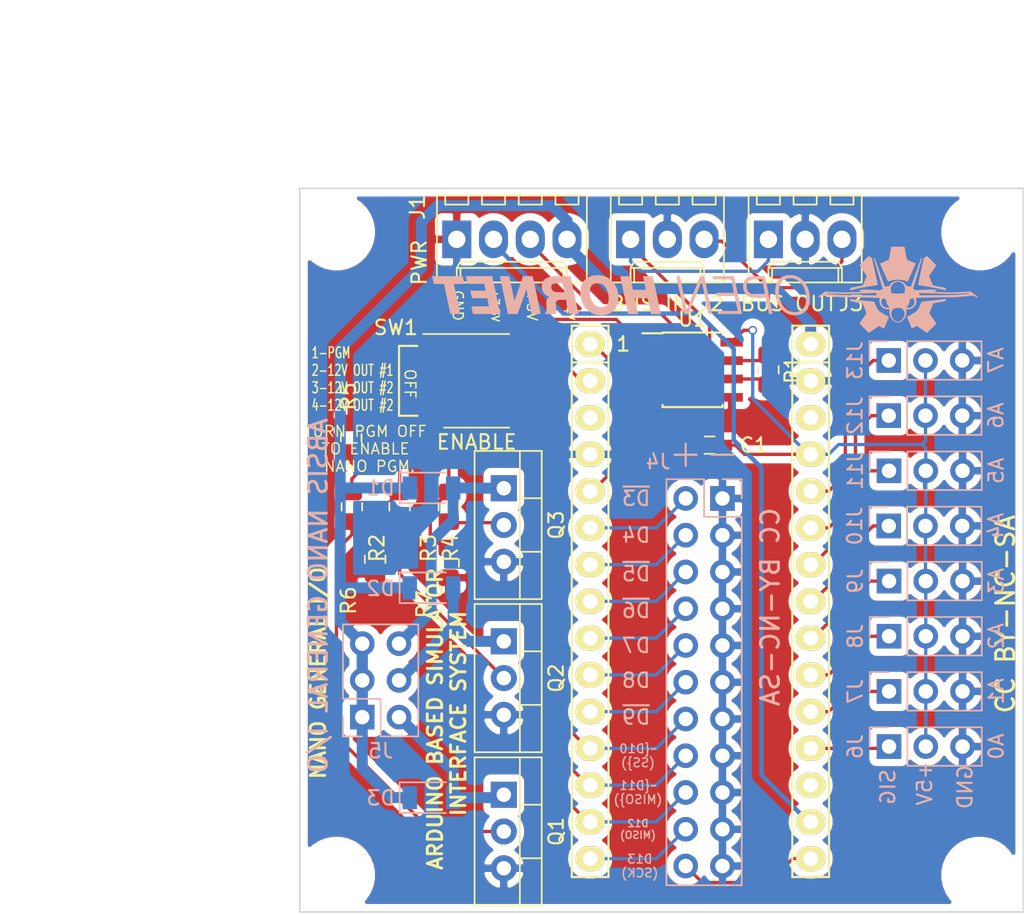
<source format=kicad_pcb>
(kicad_pcb (version 20171130) (host pcbnew "(5.1.4-0-10_14)")
  (title_block (title "ABSIS NANO GENERAL I/O") (date 2017-12-26) (rev -) (company "F/A-18C SIMPIT") (comment 1 "JOHN STEENSEN"))
  (layers (0 F.Cu signal hide) (31 B.Cu signal hide) (34 B.Paste user) (35 F.Paste user) (36 B.SilkS user) (37 F.SilkS user) (38 B.Mask user) (39 F.Mask user) (44 Edge.Cuts user))
  (net 0 "")
  (net 1 "/1(Tx)")
  (net 2 "/0(Rx)")
  (net 3 GND)
  (net 4 /2)
  (net 5 "/3(**)")
  (net 6 /4)
  (net 7 "/5(**)")
  (net 8 "/6(**)")
  (net 9 /7)
  (net 10 /8)
  (net 11 "/9(**)")
  (net 12 "/10(**/SS)")
  (net 13 +5V)
  (net 14 /A7)
  (net 15 /A6)
  (net 16 /A5)
  (net 17 /A4)
  (net 18 /A3)
  (net 19 /A2)
  (net 20 /A1)
  (net 21 /A0)
  (net 22 "/13(SCK)")
  (net 23 +3V3)
  (net 24 "/11(**/MOSI)")
  (net 25 "/12(MISO)")
  (net 26 +12V)
  (net 27 "Net-(J2-Pad1)")
  (net 28 "Net-(J2-Pad3)")
  (net 29 /RX_ENABLE)
  (net 30 "Net-(D1-Pad2)")
  (net 31 "Net-(D2-Pad2)")
  (net 32 "Net-(D3-Pad2)")
  (net 33 "Net-(Q1-Pad2)")
  (net 34 "Net-(Q2-Pad2)")
  (net 35 "Net-(Q3-Pad2)")
  (net 36 "Net-(R2-Pad1)")
  (net 37 "Net-(R3-Pad1)")
  (net 38 "Net-(R4-Pad1)")
  (net 39 "Net-(P1-Pad3)")
  (net 40 "Net-(P2-Pad3)")
  (net 41 /AREF)
  (module "KiCAD Libraries:OH_LOGO_37.7mm_5.9mm" (layer B.Cu) (at 155 68.76 180)
    (fp_text reference G*** hide)
    (fp_text value LOGO hide)
  )
  (module Connectors_Molex:Molex_KK-6410-04_04x2.54mm_Straight (layer F.Cu) (at 137.848737 65.278)
    (fp_text reference J1 (at -2.720737 -2.203457 270) (layer F.SilkS))
    (fp_text value PWR (at -2.593737 1.606543 90) (layer F.SilkS))
    (pad 1 thru_hole rect (at 0 0) (size 2 2.6) (drill 1.2) (layers *.Cu *.Mask) (net 3 GND))
    (pad 2 thru_hole oval (at 2.54 0) (size 2 2.6) (drill 1.2) (layers *.Cu *.Mask) (net 23 +3V3))
    (pad 3 thru_hole oval (at 5.08 0) (size 2 2.6) (drill 1.2) (layers *.Cu *.Mask) (net 13 +5V))
    (pad 4 thru_hole oval (at 7.62 0) (size 2 2.6) (drill 1.2) (layers *.Cu *.Mask) (net 26 +12V))
  )
  (module Socket_Arduino_Nano:Socket_Strip_Arduino_1x15 (layer F.Cu) (at 147.066 72.517 270)
    (fp_text reference P1)
    (fp_text value Digital)
    (pad 1 thru_hole oval (at 0 0 270) (size 1.7272 2.032) (drill 1.016) (layers *.Cu *.Mask F.SilkS) (net 1 "/1(Tx)"))
    (pad 2 thru_hole oval (at 2.54 0 270) (size 1.7272 2.032) (drill 1.016) (layers *.Cu *.Mask F.SilkS) (net 2 "/0(Rx)"))
    (pad 3 thru_hole oval (at 5.08 0 270) (size 1.7272 2.032) (drill 1.016) (layers *.Cu *.Mask F.SilkS) (net 39 "Net-(P1-Pad3)"))
    (pad 4 thru_hole oval (at 7.62 0 270) (size 1.7272 2.032) (drill 1.016) (layers *.Cu *.Mask F.SilkS) (net 3 GND))
    (pad 5 thru_hole oval (at 10.16 0 270) (size 1.7272 2.032) (drill 1.016) (layers *.Cu *.Mask F.SilkS) (net 4 /2))
    (pad 6 thru_hole oval (at 12.7 0 270) (size 1.7272 2.032) (drill 1.016) (layers *.Cu *.Mask F.SilkS) (net 5 "/3(**)"))
    (pad 7 thru_hole oval (at 15.24 0 270) (size 1.7272 2.032) (drill 1.016) (layers *.Cu *.Mask F.SilkS) (net 6 /4))
    (pad 8 thru_hole oval (at 17.78 0 270) (size 1.7272 2.032) (drill 1.016) (layers *.Cu *.Mask F.SilkS) (net 7 "/5(**)"))
    (pad 9 thru_hole oval (at 20.32 0 270) (size 1.7272 2.032) (drill 1.016) (layers *.Cu *.Mask F.SilkS) (net 8 "/6(**)"))
    (pad 10 thru_hole oval (at 22.86 0 270) (size 1.7272 2.032) (drill 1.016) (layers *.Cu *.Mask F.SilkS) (net 9 /7))
    (pad 11 thru_hole oval (at 25.4 0 270) (size 1.7272 2.032) (drill 1.016) (layers *.Cu *.Mask F.SilkS) (net 10 /8))
    (pad 12 thru_hole oval (at 27.94 0 270) (size 1.7272 2.032) (drill 1.016) (layers *.Cu *.Mask F.SilkS) (net 11 "/9(**)"))
    (pad 13 thru_hole oval (at 30.48 0 270) (size 1.7272 2.032) (drill 1.016) (layers *.Cu *.Mask F.SilkS) (net 12 "/10(**/SS)"))
    (pad 14 thru_hole oval (at 33.02 0 270) (size 1.7272 2.032) (drill 1.016) (layers *.Cu *.Mask F.SilkS) (net 24 "/11(**/MOSI)"))
    (pad 15 thru_hole oval (at 35.56 0 270) (size 1.7272 2.032) (drill 1.016) (layers *.Cu *.Mask F.SilkS) (net 25 "/12(MISO)"))
  )
  (module Socket_Arduino_Nano:Socket_Strip_Arduino_1x15 (layer F.Cu) (at 162.306 72.517 270)
    (fp_text reference P2)
    (fp_text value Analog)
    (pad 1 thru_hole oval (at 0 0 270) (size 1.7272 2.032) (drill 1.016) (layers *.Cu *.Mask F.SilkS) (net 26 +12V))
    (pad 2 thru_hole oval (at 2.54 0 270) (size 1.7272 2.032) (drill 1.016) (layers *.Cu *.Mask F.SilkS) (net 3 GND))
    (pad 3 thru_hole oval (at 5.08 0 270) (size 1.7272 2.032) (drill 1.016) (layers *.Cu *.Mask F.SilkS) (net 40 "Net-(P2-Pad3)"))
    (pad 4 thru_hole oval (at 7.62 0 270) (size 1.7272 2.032) (drill 1.016) (layers *.Cu *.Mask F.SilkS) (net 13 +5V))
    (pad 5 thru_hole oval (at 10.16 0 270) (size 1.7272 2.032) (drill 1.016) (layers *.Cu *.Mask F.SilkS) (net 14 /A7))
    (pad 6 thru_hole oval (at 12.7 0 270) (size 1.7272 2.032) (drill 1.016) (layers *.Cu *.Mask F.SilkS) (net 15 /A6))
    (pad 7 thru_hole oval (at 15.24 0 270) (size 1.7272 2.032) (drill 1.016) (layers *.Cu *.Mask F.SilkS) (net 16 /A5))
    (pad 8 thru_hole oval (at 17.78 0 270) (size 1.7272 2.032) (drill 1.016) (layers *.Cu *.Mask F.SilkS) (net 17 /A4))
    (pad 9 thru_hole oval (at 20.32 0 270) (size 1.7272 2.032) (drill 1.016) (layers *.Cu *.Mask F.SilkS) (net 18 /A3))
    (pad 10 thru_hole oval (at 22.86 0 270) (size 1.7272 2.032) (drill 1.016) (layers *.Cu *.Mask F.SilkS) (net 19 /A2))
    (pad 11 thru_hole oval (at 25.4 0 270) (size 1.7272 2.032) (drill 1.016) (layers *.Cu *.Mask F.SilkS) (net 20 /A1))
    (pad 12 thru_hole oval (at 27.94 0 270) (size 1.7272 2.032) (drill 1.016) (layers *.Cu *.Mask F.SilkS) (net 21 /A0))
    (pad 13 thru_hole oval (at 30.48 0 270) (size 1.7272 2.032) (drill 1.016) (layers *.Cu *.Mask F.SilkS) (net 41 /AREF))
    (pad 14 thru_hole oval (at 33.02 0 270) (size 1.7272 2.032) (drill 1.016) (layers *.Cu *.Mask F.SilkS) (net 23 +3V3))
    (pad 15 thru_hole oval (at 35.56 0 270) (size 1.7272 2.032) (drill 1.016) (layers *.Cu *.Mask F.SilkS) (net 22 "/13(SCK)"))
  )
  (module Capacitors_SMD:C_0603_HandSoldering (layer F.Cu) (at 155.321 79.502 180)
    (fp_text reference C1 (at -3.048 0 180) (layer F.SilkS))
    (fp_text value 0.1uF)
    (pad 1 smd rect (at -0.95 0 180) (size 1.2 0.75) (layers F.Cu F.Paste F.Mask) (net 13 +5V))
    (pad 2 smd rect (at 0.95 0 180) (size 1.2 0.75) (layers F.Cu F.Paste F.Mask) (net 3 GND))
  )
  (module TO_SOT_Packages_THT:TO-220-3_Vertical (layer F.Cu) (at 141.1 103.66 270)
    (fp_text reference Q1 (at 2.54 -3.62 270) (layer F.SilkS))
    (fp_text value Q_NMOS_DGS)
    (pad 1 thru_hole rect (at 0 0 270) (size 1.8 1.8) (drill 1) (layers *.Cu *.Mask) (net 32 "Net-(D3-Pad2)"))
    (pad 2 thru_hole oval (at 2.54 0 270) (size 1.8 1.8) (drill 1) (layers *.Cu *.Mask) (net 33 "Net-(Q1-Pad2)"))
    (pad 3 thru_hole oval (at 5.08 0 270) (size 1.8 1.8) (drill 1) (layers *.Cu *.Mask) (net 3 GND))
  )
  (module Housings_SOIC:SOIC-8_3.9x4.9mm_Pitch1.27mm (layer F.Cu) (at 154.145 74.295)
    (fp_text reference U1 (at 0 -3.5) (layer F.SilkS))
    (fp_text value MAX487EESAS)
    (pad 1 smd rect (at -2.7 -1.905) (size 1.55 0.6) (layers F.Cu F.Paste F.Mask) (net 29 /RX_ENABLE))
    (pad 2 smd rect (at -2.7 -0.635) (size 1.55 0.6) (layers F.Cu F.Paste F.Mask) (net 4 /2))
    (pad 3 smd rect (at -2.7 0.635) (size 1.55 0.6) (layers F.Cu F.Paste F.Mask) (net 4 /2))
    (pad 4 smd rect (at -2.7 1.905) (size 1.55 0.6) (layers F.Cu F.Paste F.Mask) (net 1 "/1(Tx)"))
    (pad 5 smd rect (at 2.7 1.905) (size 1.55 0.6) (layers F.Cu F.Paste F.Mask) (net 3 GND))
    (pad 6 smd rect (at 2.7 0.635) (size 1.55 0.6) (layers F.Cu F.Paste F.Mask) (net 27 "Net-(J2-Pad1)"))
    (pad 7 smd rect (at 2.7 -0.635) (size 1.55 0.6) (layers F.Cu F.Paste F.Mask) (net 28 "Net-(J2-Pad3)"))
    (pad 8 smd rect (at 2.7 -1.905) (size 1.55 0.6) (layers F.Cu F.Paste F.Mask) (net 13 +5V))
  )
  (module Connectors_Molex:Molex_KK-6410-03_03x2.54mm_Straight (layer F.Cu) (at 149.86 65.278)
    (fp_text reference J2 (at 5.588 4.445 180) (layer F.SilkS))
    (fp_text value "BUS IN" (at 1.27 4.445) (layer F.SilkS))
    (pad 1 thru_hole rect (at 0 0) (size 2 2.6) (drill 1.2) (layers *.Cu *.Mask) (net 27 "Net-(J2-Pad1)"))
    (pad 2 thru_hole oval (at 2.54 0) (size 2 2.6) (drill 1.2) (layers *.Cu *.Mask) (net 3 GND))
    (pad 3 thru_hole oval (at 5.08 0) (size 2 2.6) (drill 1.2) (layers *.Cu *.Mask) (net 28 "Net-(J2-Pad3)"))
  )
  (module Connectors_Molex:Molex_KK-6410-03_03x2.54mm_Straight (layer F.Cu) (at 159.385 65.278)
    (fp_text reference J3 (at 5.715 4.445) (layer F.SilkS))
    (fp_text value "BUS OUT" (at 1.397 4.445) (layer F.SilkS))
    (pad 1 thru_hole rect (at 0 0) (size 2 2.6) (drill 1.2) (layers *.Cu *.Mask) (net 27 "Net-(J2-Pad1)"))
    (pad 2 thru_hole oval (at 2.54 0) (size 2 2.6) (drill 1.2) (layers *.Cu *.Mask) (net 3 GND))
    (pad 3 thru_hole oval (at 5.08 0) (size 2 2.6) (drill 1.2) (layers *.Cu *.Mask) (net 28 "Net-(J2-Pad3)"))
  )
  (module Mounting_Holes:MountingHole_4.3mm_M4 (layer F.Cu) (at 173.99 64.77)
    (fp_text reference MK2)
    (fp_text value Mounting_Hole)
    (pad 1 np_thru_hole circle (at 0 0) (size 4.3 4.3) (drill 4.3) (layers *.Cu *.Mask))
  )
  (module Mounting_Holes:MountingHole_4.3mm_M4 (layer F.Cu) (at 173.99 109.22)
    (fp_text reference MK3)
    (fp_text value Mounting_Hole)
    (pad 1 np_thru_hole circle (at 0 0) (size 4.3 4.3) (drill 4.3) (layers *.Cu *.Mask))
  )
  (module Mounting_Holes:MountingHole_4.3mm_M4 (layer F.Cu) (at 129.54 109.22)
    (fp_text reference MK4)
    (fp_text value Mounting_Hole)
    (pad 1 np_thru_hole circle (at 0 0) (size 4.3 4.3) (drill 4.3) (layers *.Cu *.Mask))
  )
  (module Diodes_SMD:D_1206 (layer B.Cu) (at 136.1 82.46)
    (fp_text reference D1 (at -3.512 0) (layer B.SilkS) (effects (justify mirror)))
    (fp_text value 1N4001)
    (pad 1 smd rect (at -1.5 0) (size 1 1.6) (layers B.Cu B.Paste B.Mask) (net 26 +12V))
    (pad 2 smd rect (at 1.5 0) (size 1 1.6) (layers B.Cu B.Paste B.Mask) (net 30 "Net-(D1-Pad2)"))
  )
  (module Diodes_SMD:D_1206 (layer B.Cu) (at 136.1 89.36)
    (fp_text reference D2 (at -3.512 0.048) (layer B.SilkS) (effects (justify mirror)))
    (fp_text value 1N4001)
    (pad 1 smd rect (at -1.5 0) (size 1 1.6) (layers B.Cu B.Paste B.Mask) (net 26 +12V))
    (pad 2 smd rect (at 1.5 0) (size 1 1.6) (layers B.Cu B.Paste B.Mask) (net 31 "Net-(D2-Pad2)"))
  )
  (module Diodes_SMD:D_1206 (layer B.Cu) (at 136.1 103.86)
    (fp_text reference D3 (at -3.512 0.026) (layer B.SilkS) (effects (justify mirror)))
    (fp_text value 1N4001)
    (pad 1 smd rect (at -1.5 0) (size 1 1.6) (layers B.Cu B.Paste B.Mask) (net 26 +12V))
    (pad 2 smd rect (at 1.5 0) (size 1 1.6) (layers B.Cu B.Paste B.Mask) (net 32 "Net-(D3-Pad2)"))
  )
  (module Pin_Headers:Pin_Header_Straight_2x11_Pitch2.54mm (layer B.Cu) (at 156.21 83.185 180)
    (fp_text reference J4 (at 4.445 2.54 180) (layer B.SilkS) (effects (justify mirror)))
    (fp_text value DIGITAL)
    (pad 1 thru_hole rect (at 0 0 180) (size 1.7 1.7) (drill 1) (layers *.Cu *.Mask) (net 3 GND))
    (pad 2 thru_hole oval (at 2.54 0 180) (size 1.7 1.7) (drill 1) (layers *.Cu *.Mask) (net 5 "/3(**)"))
    (pad 3 thru_hole oval (at 0 -2.54 180) (size 1.7 1.7) (drill 1) (layers *.Cu *.Mask) (net 3 GND))
    (pad 4 thru_hole oval (at 2.54 -2.54 180) (size 1.7 1.7) (drill 1) (layers *.Cu *.Mask) (net 6 /4))
    (pad 5 thru_hole oval (at 0 -5.08 180) (size 1.7 1.7) (drill 1) (layers *.Cu *.Mask) (net 3 GND))
    (pad 6 thru_hole oval (at 2.54 -5.08 180) (size 1.7 1.7) (drill 1) (layers *.Cu *.Mask) (net 7 "/5(**)"))
    (pad 7 thru_hole oval (at 0 -7.62 180) (size 1.7 1.7) (drill 1) (layers *.Cu *.Mask) (net 3 GND))
    (pad 8 thru_hole oval (at 2.54 -7.62 180) (size 1.7 1.7) (drill 1) (layers *.Cu *.Mask) (net 8 "/6(**)"))
    (pad 9 thru_hole oval (at 0 -10.16 180) (size 1.7 1.7) (drill 1) (layers *.Cu *.Mask) (net 3 GND))
    (pad 10 thru_hole oval (at 2.54 -10.16 180) (size 1.7 1.7) (drill 1) (layers *.Cu *.Mask) (net 9 /7))
    (pad 11 thru_hole oval (at 0 -12.7 180) (size 1.7 1.7) (drill 1) (layers *.Cu *.Mask) (net 3 GND))
    (pad 12 thru_hole oval (at 2.54 -12.7 180) (size 1.7 1.7) (drill 1) (layers *.Cu *.Mask) (net 10 /8))
    (pad 13 thru_hole oval (at 0 -15.24 180) (size 1.7 1.7) (drill 1) (layers *.Cu *.Mask) (net 3 GND))
    (pad 14 thru_hole oval (at 2.54 -15.24 180) (size 1.7 1.7) (drill 1) (layers *.Cu *.Mask) (net 11 "/9(**)"))
    (pad 15 thru_hole oval (at 0 -17.78 180) (size 1.7 1.7) (drill 1) (layers *.Cu *.Mask) (net 3 GND))
    (pad 16 thru_hole oval (at 2.54 -17.78 180) (size 1.7 1.7) (drill 1) (layers *.Cu *.Mask) (net 12 "/10(**/SS)"))
    (pad 17 thru_hole oval (at 0 -20.32 180) (size 1.7 1.7) (drill 1) (layers *.Cu *.Mask) (net 3 GND))
    (pad 18 thru_hole oval (at 2.54 -20.32 180) (size 1.7 1.7) (drill 1) (layers *.Cu *.Mask) (net 24 "/11(**/MOSI)"))
    (pad 19 thru_hole oval (at 0 -22.86 180) (size 1.7 1.7) (drill 1) (layers *.Cu *.Mask) (net 3 GND))
    (pad 20 thru_hole oval (at 2.54 -22.86 180) (size 1.7 1.7) (drill 1) (layers *.Cu *.Mask) (net 25 "/12(MISO)"))
    (pad 21 thru_hole oval (at 0 -25.4 180) (size 1.7 1.7) (drill 1) (layers *.Cu *.Mask) (net 3 GND))
    (pad 22 thru_hole oval (at 2.54 -25.4 180) (size 1.7 1.7) (drill 1) (layers *.Cu *.Mask) (net 22 "/13(SCK)"))
  )
  (module Pin_Headers:Pin_Header_Straight_1x03_Pitch2.54mm (layer B.Cu) (at 167.72 100.329996 270)
    (fp_text reference J6 (at 0 2.33 270) (layer B.SilkS) (effects (justify mirror)))
    (fp_text value A0 (at 0 -7.41 270) (layer B.SilkS) (effects (justify mirror)))
    (pad 1 thru_hole rect (at 0 0 270) (size 1.7 1.7) (drill 1) (layers *.Cu *.Mask) (net 21 /A0))
    (pad 2 thru_hole oval (at 0 -2.54 270) (size 1.7 1.7) (drill 1) (layers *.Cu *.Mask) (net 13 +5V))
    (pad 3 thru_hole oval (at 0 -5.08 270) (size 1.7 1.7) (drill 1) (layers *.Cu *.Mask) (net 3 GND))
  )
  (module Pin_Headers:Pin_Header_Straight_1x03_Pitch2.54mm (layer B.Cu) (at 167.72 96.518568 270)
    (fp_text reference J7 (at 0 2.33 270) (layer B.SilkS) (effects (justify mirror)))
    (fp_text value A1 (at 0 -7.41 270) (layer B.SilkS) (effects (justify mirror)))
    (pad 1 thru_hole rect (at 0 0 270) (size 1.7 1.7) (drill 1) (layers *.Cu *.Mask) (net 20 /A1))
    (pad 2 thru_hole oval (at 0 -2.54 270) (size 1.7 1.7) (drill 1) (layers *.Cu *.Mask) (net 13 +5V))
    (pad 3 thru_hole oval (at 0 -5.08 270) (size 1.7 1.7) (drill 1) (layers *.Cu *.Mask) (net 3 GND))
  )
  (module Pin_Headers:Pin_Header_Straight_1x03_Pitch2.54mm (layer B.Cu) (at 167.72 92.70714 270)
    (fp_text reference J8 (at 0 2.33 270) (layer B.SilkS) (effects (justify mirror)))
    (fp_text value A2 (at 0 -7.41 270) (layer B.SilkS) (effects (justify mirror)))
    (pad 1 thru_hole rect (at 0 0 270) (size 1.7 1.7) (drill 1) (layers *.Cu *.Mask) (net 19 /A2))
    (pad 2 thru_hole oval (at 0 -2.54 270) (size 1.7 1.7) (drill 1) (layers *.Cu *.Mask) (net 13 +5V))
    (pad 3 thru_hole oval (at 0 -5.08 270) (size 1.7 1.7) (drill 1) (layers *.Cu *.Mask) (net 3 GND))
  )
  (module Pin_Headers:Pin_Header_Straight_1x03_Pitch2.54mm (layer B.Cu) (at 167.72 88.895712 270)
    (fp_text reference J9 (at 0 2.33 270) (layer B.SilkS) (effects (justify mirror)))
    (fp_text value A3 (at 0 -7.41 270) (layer B.SilkS) (effects (justify mirror)))
    (pad 1 thru_hole rect (at 0 0 270) (size 1.7 1.7) (drill 1) (layers *.Cu *.Mask) (net 18 /A3))
    (pad 2 thru_hole oval (at 0 -2.54 270) (size 1.7 1.7) (drill 1) (layers *.Cu *.Mask) (net 13 +5V))
    (pad 3 thru_hole oval (at 0 -5.08 270) (size 1.7 1.7) (drill 1) (layers *.Cu *.Mask) (net 3 GND))
  )
  (module Pin_Headers:Pin_Header_Straight_1x03_Pitch2.54mm (layer B.Cu) (at 167.7 85.084284 270)
    (fp_text reference J10 (at 0.005716 2.346 270) (layer B.SilkS) (effects (justify mirror)))
    (fp_text value A4 (at 0 -7.41 270) (layer B.SilkS) (effects (justify mirror)))
    (pad 1 thru_hole rect (at 0 0 270) (size 1.7 1.7) (drill 1) (layers *.Cu *.Mask) (net 17 /A4))
    (pad 2 thru_hole oval (at 0 -2.54 270) (size 1.7 1.7) (drill 1) (layers *.Cu *.Mask) (net 13 +5V))
    (pad 3 thru_hole oval (at 0 -5.08 270) (size 1.7 1.7) (drill 1) (layers *.Cu *.Mask) (net 3 GND))
  )
  (module Pin_Headers:Pin_Header_Straight_1x03_Pitch2.54mm (layer B.Cu) (at 167.72 81.272856 270)
    (fp_text reference J11 (at 0 2.33 270) (layer B.SilkS) (effects (justify mirror)))
    (fp_text value A5 (at 0 -7.41 270) (layer B.SilkS) (effects (justify mirror)))
    (pad 1 thru_hole rect (at 0 0 270) (size 1.7 1.7) (drill 1) (layers *.Cu *.Mask) (net 16 /A5))
    (pad 2 thru_hole oval (at 0 -2.54 270) (size 1.7 1.7) (drill 1) (layers *.Cu *.Mask) (net 13 +5V))
    (pad 3 thru_hole oval (at 0 -5.08 270) (size 1.7 1.7) (drill 1) (layers *.Cu *.Mask) (net 3 GND))
  )
  (module Pin_Headers:Pin_Header_Straight_1x03_Pitch2.54mm (layer B.Cu) (at 167.7 77.461428 270)
    (fp_text reference J12 (at 0 2.33 270) (layer B.SilkS) (effects (justify mirror)))
    (fp_text value A6 (at 0 -7.41 270) (layer B.SilkS) (effects (justify mirror)))
    (pad 1 thru_hole rect (at 0 0 270) (size 1.7 1.7) (drill 1) (layers *.Cu *.Mask) (net 15 /A6))
    (pad 2 thru_hole oval (at 0 -2.54 270) (size 1.7 1.7) (drill 1) (layers *.Cu *.Mask) (net 13 +5V))
    (pad 3 thru_hole oval (at 0 -5.08 270) (size 1.7 1.7) (drill 1) (layers *.Cu *.Mask) (net 3 GND))
  )
  (module Pin_Headers:Pin_Header_Straight_1x03_Pitch2.54mm (layer B.Cu) (at 167.7 73.65 270)
    (fp_text reference J13 (at 0 2.33 270) (layer B.SilkS) (effects (justify mirror)))
    (fp_text value A7 (at 0 -7.41 270) (layer B.SilkS) (effects (justify mirror)))
    (pad 1 thru_hole rect (at 0 0 270) (size 1.7 1.7) (drill 1) (layers *.Cu *.Mask) (net 14 /A7))
    (pad 2 thru_hole oval (at 0 -2.54 270) (size 1.7 1.7) (drill 1) (layers *.Cu *.Mask) (net 13 +5V))
    (pad 3 thru_hole oval (at 0 -5.08 270) (size 1.7 1.7) (drill 1) (layers *.Cu *.Mask) (net 3 GND))
  )
  (module Mounting_Holes:MountingHole_4.3mm_M4 (layer F.Cu) (at 129.54 64.77)
    (fp_text reference MK1)
    (fp_text value Mounting_Hole)
    (pad 1 np_thru_hole circle (at 0 0) (size 4.3 4.3) (drill 4.3) (layers *.Cu *.Mask))
  )
  (module TO_SOT_Packages_THT:TO-220-3_Vertical (layer F.Cu) (at 141.1 93.06 270)
    (fp_text reference Q2 (at 2.54 -3.62 270) (layer F.SilkS))
    (fp_text value Q_NMOS_DGS)
    (pad 1 thru_hole rect (at 0 0 270) (size 1.8 1.8) (drill 1) (layers *.Cu *.Mask) (net 31 "Net-(D2-Pad2)"))
    (pad 2 thru_hole oval (at 2.54 0 270) (size 1.8 1.8) (drill 1) (layers *.Cu *.Mask) (net 34 "Net-(Q2-Pad2)"))
    (pad 3 thru_hole oval (at 5.08 0 270) (size 1.8 1.8) (drill 1) (layers *.Cu *.Mask) (net 3 GND))
  )
  (module TO_SOT_Packages_THT:TO-220-3_Vertical (layer F.Cu) (at 141.1 82.48 270)
    (fp_text reference Q3 (at 2.54 -3.62 270) (layer F.SilkS))
    (fp_text value Q_NMOS_DGS)
    (pad 1 thru_hole rect (at 0 0 270) (size 1.8 1.8) (drill 1) (layers *.Cu *.Mask) (net 30 "Net-(D1-Pad2)"))
    (pad 2 thru_hole oval (at 2.54 0 270) (size 1.8 1.8) (drill 1) (layers *.Cu *.Mask) (net 35 "Net-(Q3-Pad2)"))
    (pad 3 thru_hole oval (at 5.08 0 270) (size 1.8 1.8) (drill 1) (layers *.Cu *.Mask) (net 3 GND))
  )
  (module Pin_Headers:Pin_Header_Straight_2x03_Pitch2.54mm (layer B.Cu) (at 131.318 98.298)
    (fp_text reference J5 (at 1.27 2.33) (layer B.SilkS) (effects (justify mirror)))
    (fp_text value "12V OUT")
    (pad 1 thru_hole rect (at 0 0) (size 1.7 1.7) (drill 1) (layers *.Cu *.Mask) (net 26 +12V))
    (pad 2 thru_hole oval (at 2.54 0) (size 1.7 1.7) (drill 1) (layers *.Cu *.Mask) (net 32 "Net-(D3-Pad2)"))
    (pad 3 thru_hole oval (at 0 -2.54) (size 1.7 1.7) (drill 1) (layers *.Cu *.Mask) (net 26 +12V))
    (pad 4 thru_hole oval (at 2.54 -2.54) (size 1.7 1.7) (drill 1) (layers *.Cu *.Mask) (net 31 "Net-(D2-Pad2)"))
    (pad 5 thru_hole oval (at 0 -5.08) (size 1.7 1.7) (drill 1) (layers *.Cu *.Mask) (net 26 +12V))
    (pad 6 thru_hole oval (at 2.54 -5.08) (size 1.7 1.7) (drill 1) (layers *.Cu *.Mask) (net 30 "Net-(D1-Pad2)"))
  )
  (module Buttons_Switches_SMD:SW_DIP_x4_W6.15mm_Slide_Omron_A6H (layer F.Cu) (at 139.224 75.057)
    (fp_text reference SW1 (at -5.588 -3.683) (layer F.SilkS))
    (fp_text value ENABLE (at 0 4.235) (layer F.SilkS))
    (pad 1 smd rect (at -3.075 -1.905) (size 1.25 0.76) (layers F.Cu F.Paste F.Mask) (net 29 /RX_ENABLE))
    (pad 5 smd rect (at 3.075 1.905) (size 1.25 0.76) (layers F.Cu F.Paste F.Mask) (net 24 "/11(**/MOSI)"))
    (pad 2 smd rect (at -3.075 -0.635) (size 1.25 0.76) (layers F.Cu F.Paste F.Mask) (net 36 "Net-(R2-Pad1)"))
    (pad 6 smd rect (at 3.075 0.635) (size 1.25 0.76) (layers F.Cu F.Paste F.Mask) (net 12 "/10(**/SS)"))
    (pad 3 smd rect (at -3.075 0.635) (size 1.25 0.76) (layers F.Cu F.Paste F.Mask) (net 37 "Net-(R3-Pad1)"))
    (pad 7 smd rect (at 3.075 -0.635) (size 1.25 0.76) (layers F.Cu F.Paste F.Mask) (net 11 "/9(**)"))
    (pad 4 smd rect (at -3.075 1.905) (size 1.25 0.76) (layers F.Cu F.Paste F.Mask) (net 38 "Net-(R4-Pad1)"))
    (pad 8 smd rect (at 3.075 -1.905) (size 1.25 0.76) (layers F.Cu F.Paste F.Mask) (net 2 "/0(Rx)"))
  )
  (module Resistor_SMD:R_0805_2012Metric_Pad1.15x1.40mm_HandSolder (layer F.Cu) (at 159.385 74.295 270)
    (fp_text reference R1 (at 0 -1.65 270) (layer F.SilkS))
    (fp_text value 120)
    (pad 1 smd roundrect (at -1.025 0 270) (size 1.15 1.4) (layers F.Cu F.Paste F.Mask) (roundrect_rratio 0.217391) (net 28 "Net-(J2-Pad3)"))
    (pad 2 smd roundrect (at 1.025 0 270) (size 1.15 1.4) (layers F.Cu F.Paste F.Mask) (roundrect_rratio 0.217391) (net 27 "Net-(J2-Pad1)"))
  )
  (module Resistor_SMD:R_0805_2012Metric_Pad1.15x1.40mm_HandSolder (layer F.Cu) (at 130.6 83.76 270)
    (fp_text reference R2 (at 2.854 -1.734 270) (layer F.SilkS))
    (fp_text value 1K)
    (pad 2 smd roundrect (at 1.025 0 270) (size 1.15 1.4) (layers F.Cu F.Paste F.Mask) (roundrect_rratio 0.217391) (net 33 "Net-(Q1-Pad2)"))
    (pad 1 smd roundrect (at -1.025 0 270) (size 1.15 1.4) (layers F.Cu F.Paste F.Mask) (roundrect_rratio 0.217391) (net 36 "Net-(R2-Pad1)"))
  )
  (module Resistor_SMD:R_0805_2012Metric_Pad1.15x1.40mm_HandSolder (layer F.Cu) (at 133.9 83.76 270)
    (fp_text reference R3 (at 2.854 -1.99 270) (layer F.SilkS))
    (fp_text value 1K)
    (pad 1 smd roundrect (at -1.025 0 270) (size 1.15 1.4) (layers F.Cu F.Paste F.Mask) (roundrect_rratio 0.217391) (net 37 "Net-(R3-Pad1)"))
    (pad 2 smd roundrect (at 1.025 0 270) (size 1.15 1.4) (layers F.Cu F.Paste F.Mask) (roundrect_rratio 0.217391) (net 34 "Net-(Q2-Pad2)"))
  )
  (module Resistor_SMD:R_0805_2012Metric_Pad1.15x1.40mm_HandSolder (layer F.Cu) (at 137.3 83.76 270)
    (fp_text reference R4 (at 2.854 -0.114 270) (layer F.SilkS))
    (fp_text value 1K)
    (pad 2 smd roundrect (at 1.025 0 270) (size 1.15 1.4) (layers F.Cu F.Paste F.Mask) (roundrect_rratio 0.217391) (net 35 "Net-(Q3-Pad2)"))
    (pad 1 smd roundrect (at -1.025 0 270) (size 1.15 1.4) (layers F.Cu F.Paste F.Mask) (roundrect_rratio 0.217391) (net 38 "Net-(R4-Pad1)"))
  )
  (module Resistor_SMD:R_0805_2012Metric_Pad1.15x1.40mm_HandSolder (layer F.Cu) (at 130.556 78.985 270)
    (fp_text reference R5 (at -2.854 0.186 270) (layer F.SilkS))
    (fp_text value 1K)
    (pad 1 smd roundrect (at -1.025 0 270) (size 1.15 1.4) (layers F.Cu F.Paste F.Mask) (roundrect_rratio 0.217391) (net 3 GND))
    (pad 2 smd roundrect (at 1.025 0 270) (size 1.15 1.4) (layers F.Cu F.Paste F.Mask) (roundrect_rratio 0.217391) (net 36 "Net-(R2-Pad1)"))
  )
  (module Resistor_SMD:R_0805_2012Metric_Pad1.15x1.40mm_HandSolder (layer F.Cu) (at 132.207 87.385 90)
    (fp_text reference R6 (at -2.854 -1.844 90) (layer F.SilkS))
    (fp_text value 1K)
    (pad 2 smd roundrect (at 1.025 0 90) (size 1.15 1.4) (layers F.Cu F.Paste F.Mask) (roundrect_rratio 0.217391) (net 37 "Net-(R3-Pad1)"))
    (pad 1 smd roundrect (at -1.025 0 90) (size 1.15 1.4) (layers F.Cu F.Paste F.Mask) (roundrect_rratio 0.217391) (net 3 GND))
  )
  (module Resistor_SMD:R_0805_2012Metric_Pad1.15x1.40mm_HandSolder (layer F.Cu) (at 137.287 87.639 90)
    (fp_text reference R7 (at -2.854 -1.688 90) (layer F.SilkS))
    (fp_text value 1K)
    (pad 1 smd roundrect (at -1.025 0 90) (size 1.15 1.4) (layers F.Cu F.Paste F.Mask) (roundrect_rratio 0.217391) (net 3 GND))
    (pad 2 smd roundrect (at 1.025 0 90) (size 1.15 1.4) (layers F.Cu F.Paste F.Mask) (roundrect_rratio 0.217391) (net 38 "Net-(R4-Pad1)"))
  )
  (gr_line (start 133.858 77.47) (end 135.128 77.47) (layer F.SilkS) (width 0.15))
  (gr_line (start 133.858 72.644) (end 133.858 77.47) (layer F.SilkS) (width 0.15))
  (gr_line (start 135.128 72.644) (end 133.858 72.644) (layer F.SilkS) (width 0.15))
  (gr_text OFF (at 134.62 74.168 270) (layer F.SilkS) (effects (font (size 0.75 0.75) (thickness 0.1)) (justify left)))
  (gr_text "1-PGM\n2-12V OUT #1\n3-12V OUT #2\n4-12V OUT #2" (at 127.762 74.93) (layer F.SilkS) (effects (font (size 0.75 0.5) (thickness 0.1)) (justify left)))
  (gr_text "~D11\n(MISO)" (at 150.368 103.505) (layer B.SilkS) (effects (font (size 0.6 0.6) (thickness 0.1)) (justify mirror)))
  (gr_line (start 127 61.76) (end 127 111.76) (layer Edge.Cuts) (width 0.1))
  (gr_line (start 177 61.76) (end 127 61.76) (layer Edge.Cuts) (width 0.1))
  (gr_line (start 177 111.76) (end 177 61.76) (layer Edge.Cuts) (width 0.1))
  (gr_line (start 127 111.76) (end 177 111.76) (layer Edge.Cuts) (width 0.1))
  (gr_text "CC BY-NC-SA" (at 159.512 90.678 90) (layer B.SilkS) (effects (font (size 1.25 1.25) (thickness 0.2)) (justify mirror)))
  (gr_text "ABSIS NANO GENERAL I/O" (at 128.27 89.916 90) (layer B.SilkS) (effects (font (size 1.25 1.25) (thickness 0.2)) (justify mirror)))
  (gr_text "TURN PGM OFF \nTO ENABLE \nNANO PGM." (at 131.826 79.756) (layer F.SilkS) (effects (font (size 0.75 0.75) (thickness 0.1))))
  (gr_text "CC BY-NC-SA" (at 175.768 91.186 90) (layer F.SilkS) (effects (font (size 1.25 1.25) (thickness 0.2))))
  (gr_text "NANO GENERAL I/O" (at 128.27 95.25 90) (layer F.SilkS) (effects (font (size 1 1) (thickness 0.2))))
  (gr_text "ARDUINO BASED SIMULATOR \nINTERFACE SYSTEM" (at 137.16 98.044 90) (layer F.SilkS) (effects (font (size 1 1) (thickness 0.2))))
  (gr_text GND (at 137.922 69.85 270) (layer F.SilkS) (effects (font (size 0.7 0.7) (thickness 0.1))))
  (gr_text +3.3V (at 140.515737 69.85 270) (layer F.SilkS) (effects (font (size 0.5 0.5) (thickness 0.1))))
  (gr_text +5V (at 143.055737 69.85 270) (layer F.SilkS) (effects (font (size 0.7 0.7) (thickness 0.1))))
  (gr_text +12V (at 145.722737 69.85 270) (layer F.SilkS) (effects (font (size 0.5 0.5) (thickness 0.1))))
  (gr_text - (at 156.21 80.01) (layer B.SilkS) (effects (font (size 2 2)) (justify mirror)))
  (gr_text + (at 153.67 80.01) (layer B.SilkS) (effects (font (size 2 2)) (justify mirror)))
  (gr_text ~D3 (at 150.241 83.185) (layer B.SilkS) (effects (font (size 1 1)) (justify mirror)))
  (gr_text D4 (at 150.241 85.725) (layer B.SilkS) (effects (font (size 1 1)) (justify mirror)))
  (gr_text ~D5 (at 150.241 88.392) (layer B.SilkS) (effects (font (size 1 1)) (justify mirror)))
  (gr_text ~D6 (at 150.241 90.932) (layer B.SilkS) (effects (font (size 1 1)) (justify mirror)))
  (gr_text D7 (at 150.241 93.345) (layer B.SilkS) (effects (font (size 1 1)) (justify mirror)))
  (gr_text D8 (at 150.241 95.758) (layer B.SilkS) (effects (font (size 1 1)) (justify mirror)))
  (gr_text ~D9 (at 150.241 98.298) (layer B.SilkS) (effects (font (size 1 1)) (justify mirror)))
  (gr_text "~D10\n(SS)" (at 150.368 100.965) (layer B.SilkS) (effects (font (size 0.6 0.6) (thickness 0.1)) (justify mirror)))
  (gr_text "D12\n(MISO)" (at 150.368 106.045) (layer B.SilkS) (effects (font (size 0.5 0.5) (thickness 0.1)) (justify mirror)))
  (gr_text "D13\n(SCK)" (at 150.495 108.585) (layer B.SilkS) (effects (font (size 0.6 0.6) (thickness 0.1)) (justify mirror)))
  (gr_text +5V (at 170.18 102.87 90) (layer B.SilkS) (effects (font (size 1 1)) (justify mirror)))
  (gr_text GND (at 172.974 103.124 90) (layer B.SilkS) (effects (font (size 1 1)) (justify mirror)))
  (gr_text SIG (at 167.64 103.124 90) (layer B.SilkS) (effects (font (size 1 1)) (justify mirror)))
  (gr_text 1 (at 149.352 72.517) (layer F.SilkS) (effects (font (size 1 1))))
  (segment (start 147.066 72.517) (end 147.287 72.517) (width 0.2286) (layer F.Cu) (net 1))
  (segment (start 150.97 76.2) (end 151.445 76.2) (width 0.2286) (layer F.Cu) (net 1))
  (segment (start 147.287 72.517) (end 150.97 76.2) (width 0.2286) (layer F.Cu) (net 1))
  (segment (start 147.193 72.39) (end 147.066 72.517) (width 0.2286) (layer B.Cu) (net 1))
  (segment (start 144.299 73.152) (end 142.299 73.152) (width 0.2286) (layer F.Cu) (net 2))
  (segment (start 147.066 75.057) (end 146.449 75.057) (width 0.2286) (layer F.Cu) (net 2))
  (segment (start 144.544 73.152) (end 144.299 73.152) (width 0.2286) (layer F.Cu) (net 2))
  (segment (start 146.449 75.057) (end 144.544 73.152) (width 0.2286) (layer F.Cu) (net 2))
  (segment (start 146.9136 75.057) (end 147.066 75.057) (width 0.2286) (layer F.Cu) (net 2))
  (segment (start 159.385 78.105) (end 159.61 78.105) (width 0.2286) (layer F.Cu) (net 3))
  (segment (start 162.306 75.409) (end 162.306 75.057) (width 0.2286) (layer F.Cu) (net 3))
  (segment (start 151.445 73.66) (end 151.445 74.93) (width 0.2286) (layer F.Cu) (net 4))
  (segment (start 151.92 74.93) (end 152.730189 75.740189) (width 0.2286) (layer F.Cu) (net 4))
  (segment (start 152.730189 75.740189) (end 152.730189 77.165211) (width 0.2286) (layer F.Cu) (net 4))
  (segment (start 152.730189 77.165211) (end 147.2184 82.677) (width 0.2286) (layer F.Cu) (net 4))
  (segment (start 151.445 74.93) (end 151.92 74.93) (width 0.2286) (layer F.Cu) (net 4))
  (segment (start 147.2184 82.677) (end 147.066 82.677) (width 0.2286) (layer F.Cu) (net 4))
  (segment (start 147.066 85.217) (end 151.638 85.217) (width 0.2286) (layer B.Cu) (net 5))
  (segment (start 151.638 85.217) (end 153.67 83.185) (width 0.2286) (layer B.Cu) (net 5))
  (segment (start 147.066 87.757) (end 151.638 87.757) (width 0.2286) (layer B.Cu) (net 6))
  (segment (start 151.638 87.757) (end 153.67 85.725) (width 0.2286) (layer B.Cu) (net 6))
  (segment (start 147.066 90.297) (end 151.638 90.297) (width 0.2286) (layer B.Cu) (net 7))
  (segment (start 151.638 90.297) (end 153.67 88.265) (width 0.2286) (layer B.Cu) (net 7))
  (segment (start 147.066 92.837) (end 151.638 92.837) (width 0.2286) (layer B.Cu) (net 8))
  (segment (start 151.638 92.837) (end 153.67 90.805) (width 0.2286) (layer B.Cu) (net 8))
  (segment (start 147.066 95.377) (end 151.638 95.377) (width 0.2286) (layer B.Cu) (net 9))
  (segment (start 151.638 95.377) (end 153.67 93.345) (width 0.2286) (layer B.Cu) (net 9))
  (segment (start 147.066 97.917) (end 151.638 97.917) (width 0.2286) (layer B.Cu) (net 10))
  (segment (start 151.638 97.917) (end 153.67 95.885) (width 0.2286) (layer B.Cu) (net 10))
  (segment (start 142.299 74.422) (end 144.544 74.422) (width 0.2286) (layer F.Cu) (net 11))
  (segment (start 144.544 74.422) (end 145.320504 75.198504) (width 0.2286) (layer F.Cu) (net 11))
  (segment (start 145.320504 75.198504) (end 145.320504 98.863904) (width 0.2286) (layer F.Cu) (net 11))
  (segment (start 145.320504 98.863904) (end 146.9136 100.457) (width 0.2286) (layer F.Cu) (net 11))
  (segment (start 146.9136 100.457) (end 147.066 100.457) (width 0.2286) (layer F.Cu) (net 11))
  (segment (start 147.066 100.457) (end 151.638 100.457) (width 0.2286) (layer B.Cu) (net 11))
  (segment (start 151.638 100.457) (end 153.67 98.425) (width 0.2286) (layer B.Cu) (net 11))
  (segment (start 144.544 75.692) (end 144.822223 75.970223) (width 0.2286) (layer F.Cu) (net 12))
  (segment (start 144.822223 100.905623) (end 146.9136 102.997) (width 0.2286) (layer F.Cu) (net 12))
  (segment (start 142.299 75.692) (end 144.544 75.692) (width 0.2286) (layer F.Cu) (net 12))
  (segment (start 144.822223 75.970223) (end 144.822223 100.905623) (width 0.2286) (layer F.Cu) (net 12))
  (segment (start 146.9136 102.997) (end 147.066 102.997) (width 0.2286) (layer F.Cu) (net 12))
  (segment (start 147.066 102.997) (end 151.638 102.997) (width 0.2286) (layer B.Cu) (net 12))
  (segment (start 151.638 102.997) (end 153.67 100.965) (width 0.2286) (layer B.Cu) (net 12))
  (segment (start 158.3 71.56) (end 157.675 71.56) (width 0.2286) (layer F.Cu) (net 13))
  (segment (start 157.675 71.56) (end 156.845 72.39) (width 0.2286) (layer F.Cu) (net 13))
  (segment (start 158.3 76.2834) (end 158.3 71.56) (width 0.2286) (layer B.Cu) (net 13))
  (via (at 158.3 71.56) (size 0.6) (drill 0.4) (layers F.Cu B.Cu) (net 13))
  (segment (start 162.306 80.137) (end 162.1536 80.137) (width 0.2286) (layer B.Cu) (net 13))
  (segment (start 162.1536 80.137) (end 158.3 76.2834) (width 0.2286) (layer B.Cu) (net 13))
  (segment (start 142.928737 65.278) (end 142.928737 65.578) (width 0.2286) (layer B.Cu) (net 13))
  (segment (start 156.845 72.39) (end 157.32 72.39) (width 0.2286) (layer F.Cu) (net 13))
  (segment (start 170.26 96.518568) (end 170.26 97.720649) (width 0.2286) (layer B.Cu) (net 13))
  (segment (start 170.26 97.720649) (end 170.26 100.329996) (width 0.2286) (layer B.Cu) (net 13))
  (segment (start 170.26 92.70714) (end 170.26 93.909221) (width 0.2286) (layer B.Cu) (net 13))
  (segment (start 170.26 93.909221) (end 170.26 96.518568) (width 0.2286) (layer B.Cu) (net 13))
  (segment (start 170.26 88.895712) (end 170.26 92.70714) (width 0.2286) (layer B.Cu) (net 13))
  (segment (start 170.24 85.084284) (end 170.24 88.875712) (width 0.2286) (layer B.Cu) (net 13))
  (segment (start 170.24 88.875712) (end 170.26 88.895712) (width 0.2286) (layer B.Cu) (net 13))
  (segment (start 170.26 81.272856) (end 170.26 85.064284) (width 0.2286) (layer B.Cu) (net 13))
  (segment (start 170.26 85.064284) (end 170.24 85.084284) (width 0.2286) (layer B.Cu) (net 13))
  (segment (start 170.24 77.461428) (end 170.24 76.259347) (width 0.2286) (layer B.Cu) (net 13))
  (segment (start 170.24 76.259347) (end 170.24 73.65) (width 0.2286) (layer B.Cu) (net 13))
  (segment (start 170 79.46) (end 170.24 79.22) (width 0.2286) (layer B.Cu) (net 13))
  (segment (start 170.24 79.22) (end 170.24 77.461428) (width 0.2286) (layer B.Cu) (net 13))
  (segment (start 170 79.46) (end 170.26 79.72) (width 0.2286) (layer B.Cu) (net 13))
  (segment (start 170.26 79.72) (end 170.26 81.272856) (width 0.2286) (layer B.Cu) (net 13))
  (segment (start 164.2276 79.46) (end 170 79.46) (width 0.2286) (layer B.Cu) (net 13))
  (segment (start 162.306 80.137) (end 163.5506 80.137) (width 0.2286) (layer B.Cu) (net 13))
  (segment (start 163.5506 80.137) (end 164.2276 79.46) (width 0.2286) (layer B.Cu) (net 13))
  (segment (start 162.306 80.137) (end 162.890902 80.137) (width 0.2286) (layer B.Cu) (net 13))
  (segment (start 170.18 81.28) (end 170.18 82.482081) (width 0.2286) (layer B.Cu) (net 13))
  (segment (start 161.0614 80.137) (end 162.306 80.137) (width 0.2286) (layer F.Cu) (net 13))
  (segment (start 157.7346 80.137) (end 161.0614 80.137) (width 0.2286) (layer F.Cu) (net 13))
  (segment (start 157.0996 79.502) (end 157.7346 80.137) (width 0.2286) (layer F.Cu) (net 13))
  (segment (start 156.271 79.502) (end 157.0996 79.502) (width 0.2286) (layer F.Cu) (net 13))
  (segment (start 156.271 79.436) (end 156.271 79.502) (width 0.2286) (layer F.Cu) (net 13))
  (segment (start 153.416 76.581) (end 156.271 79.436) (width 0.2286) (layer F.Cu) (net 13))
  (segment (start 142.928737 65.578) (end 147.731768 70.381031) (width 0.2286) (layer F.Cu) (net 13))
  (segment (start 142.928737 65.278) (end 142.928737 65.578) (width 0.2286) (layer F.Cu) (net 13))
  (segment (start 147.731768 70.381031) (end 149.043103 70.381031) (width 0.2286) (layer F.Cu) (net 13))
  (segment (start 153.416 71.876) (end 153.416 76.581) (width 0.2286) (layer F.Cu) (net 13))
  (segment (start 149.043103 70.381031) (end 149.059199 70.397127) (width 0.2286) (layer F.Cu) (net 13))
  (segment (start 149.059199 70.397127) (end 151.937127 70.397127) (width 0.2286) (layer F.Cu) (net 13))
  (segment (start 151.937127 70.397127) (end 153.416 71.876) (width 0.2286) (layer F.Cu) (net 13))
  (segment (start 162.306 82.677) (end 163.5506 82.677) (width 0.2286) (layer F.Cu) (net 14))
  (segment (start 164.7 75.5714) (end 166.6214 73.65) (width 0.2286) (layer F.Cu) (net 14))
  (segment (start 163.5506 82.677) (end 164.7 81.5276) (width 0.2286) (layer F.Cu) (net 14))
  (segment (start 164.7 81.5276) (end 164.7 75.5714) (width 0.2286) (layer F.Cu) (net 14))
  (segment (start 166.6214 73.65) (end 167.7 73.65) (width 0.2286) (layer F.Cu) (net 14))
  (segment (start 165.4 78.56) (end 166.498572 77.461428) (width 0.2286) (layer F.Cu) (net 15))
  (segment (start 166.498572 77.461428) (end 167.7 77.461428) (width 0.2286) (layer F.Cu) (net 15))
  (segment (start 165.4 83.3676) (end 165.4 78.56) (width 0.2286) (layer F.Cu) (net 15))
  (segment (start 162.306 85.217) (end 163.5506 85.217) (width 0.2286) (layer F.Cu) (net 15))
  (segment (start 163.5506 85.217) (end 165.4 83.3676) (width 0.2286) (layer F.Cu) (net 15))
  (segment (start 166 81.36) (end 166.087144 81.272856) (width 0.2286) (layer F.Cu) (net 16))
  (segment (start 166.087144 81.272856) (end 167.72 81.272856) (width 0.2286) (layer F.Cu) (net 16))
  (segment (start 166 84.2154) (end 166 81.36) (width 0.2286) (layer F.Cu) (net 16))
  (segment (start 162.306 87.757) (end 162.4584 87.757) (width 0.2286) (layer F.Cu) (net 16))
  (segment (start 162.4584 87.757) (end 166 84.2154) (width 0.2286) (layer F.Cu) (net 16))
  (segment (start 164.2 88.5554) (end 164.2 87.505684) (width 0.2286) (layer F.Cu) (net 17))
  (segment (start 164.2 87.505684) (end 166.6214 85.084284) (width 0.2286) (layer F.Cu) (net 17))
  (segment (start 166.6214 85.084284) (end 167.7 85.084284) (width 0.2286) (layer F.Cu) (net 17))
  (segment (start 162.306 90.297) (end 162.4584 90.297) (width 0.2286) (layer F.Cu) (net 17))
  (segment (start 162.4584 90.297) (end 164.2 88.5554) (width 0.2286) (layer F.Cu) (net 17))
  (segment (start 162.306 92.837) (end 162.4584 92.837) (width 0.2286) (layer F.Cu) (net 18))
  (segment (start 162.4584 92.837) (end 166.399688 88.895712) (width 0.2286) (layer F.Cu) (net 18))
  (segment (start 166.399688 88.895712) (end 167.72 88.895712) (width 0.2286) (layer F.Cu) (net 18))
  (segment (start 162.306 95.377) (end 163.5506 95.377) (width 0.2286) (layer F.Cu) (net 19))
  (segment (start 163.5506 95.377) (end 166.22046 92.70714) (width 0.2286) (layer F.Cu) (net 19))
  (segment (start 166.22046 92.70714) (end 167.72 92.70714) (width 0.2286) (layer F.Cu) (net 19))
  (segment (start 162.306 97.917) (end 163.5506 97.917) (width 0.2286) (layer F.Cu) (net 20))
  (segment (start 163.5506 97.917) (end 164.949032 96.518568) (width 0.2286) (layer F.Cu) (net 20))
  (segment (start 164.949032 96.518568) (end 167.72 96.518568) (width 0.2286) (layer F.Cu) (net 20))
  (segment (start 162.306 100.457) (end 167.592996 100.457) (width 0.2286) (layer F.Cu) (net 21))
  (segment (start 167.592996 100.457) (end 167.72 100.329996) (width 0.2286) (layer F.Cu) (net 21))
  (segment (start 153.67 108.585) (end 154.812101 109.727101) (width 0.2286) (layer F.Cu) (net 22))
  (segment (start 154.812101 109.727101) (end 159.411299 109.727101) (width 0.2286) (layer F.Cu) (net 22))
  (segment (start 159.411299 109.727101) (end 161.0614 108.077) (width 0.2286) (layer F.Cu) (net 22))
  (segment (start 161.0614 108.077) (end 162.306 108.077) (width 0.2286) (layer F.Cu) (net 22))
  (segment (start 154.545716 70.405716) (end 156.988789 72.848789) (width 0.3048) (layer B.Cu) (net 23))
  (segment (start 140.388737 65.278) (end 140.388737 65.578) (width 0.3048) (layer B.Cu) (net 23))
  (segment (start 162.1536 105.537) (end 162.306 105.537) (width 0.3048) (layer B.Cu) (net 23))
  (segment (start 145.216453 70.405716) (end 154.545716 70.405716) (width 0.3048) (layer B.Cu) (net 23))
  (segment (start 140.388737 65.578) (end 145.216453 70.405716) (width 0.3048) (layer B.Cu) (net 23))
  (segment (start 156.988789 72.848789) (end 156.988789 79.148789) (width 0.3048) (layer B.Cu) (net 23))
  (segment (start 156.988789 79.148789) (end 158.9 81.06) (width 0.3048) (layer B.Cu) (net 23))
  (segment (start 158.9 81.06) (end 158.9 102.2834) (width 0.3048) (layer B.Cu) (net 23))
  (segment (start 158.9 102.2834) (end 162.1536 105.537) (width 0.3048) (layer B.Cu) (net 23))
  (segment (start 144.299 76.962) (end 142.299 76.962) (width 0.2286) (layer F.Cu) (net 24))
  (segment (start 144.299 76.962) (end 144.299 102.9224) (width 0.2286) (layer F.Cu) (net 24))
  (segment (start 144.299 102.9224) (end 146.9136 105.537) (width 0.2286) (layer F.Cu) (net 24))
  (segment (start 146.9136 105.537) (end 147.066 105.537) (width 0.2286) (layer F.Cu) (net 24))
  (segment (start 147.066 105.537) (end 151.638 105.537) (width 0.2286) (layer B.Cu) (net 24))
  (segment (start 151.638 105.537) (end 153.67 103.505) (width 0.2286) (layer B.Cu) (net 24))
  (segment (start 147.066 108.077) (end 151.638 108.077) (width 0.2286) (layer B.Cu) (net 25))
  (segment (start 151.638 108.077) (end 153.67 106.045) (width 0.2286) (layer B.Cu) (net 25))
  (segment (start 145.468737 65.278) (end 145.468737 63.992356) (width 0.762) (layer B.Cu) (net 26))
  (segment (start 129.794 72.848895) (end 129.794 82.46) (width 0.762) (layer B.Cu) (net 26))
  (segment (start 145.468737 63.992356) (end 144.425241 62.94886) (width 0.762) (layer B.Cu) (net 26))
  (segment (start 144.425241 62.94886) (end 136.52253 62.94886) (width 0.762) (layer B.Cu) (net 26))
  (segment (start 136.52253 62.94886) (end 135.4 64.07139) (width 0.762) (layer B.Cu) (net 26))
  (segment (start 135.4 64.07139) (end 135.4 67.242895) (width 0.762) (layer B.Cu) (net 26))
  (segment (start 135.4 67.242895) (end 129.794 72.848895) (width 0.762) (layer B.Cu) (net 26))
  (segment (start 145.468737 65.703457) (end 148.448737 68.683457) (width 0.762) (layer B.Cu) (net 26))
  (segment (start 148.448737 68.683457) (end 159.881187 68.683457) (width 0.762) (layer B.Cu) (net 26))
  (segment (start 159.881187 68.683457) (end 162.306 71.10827) (width 0.762) (layer B.Cu) (net 26))
  (segment (start 162.306 71.10827) (end 162.306 72.517) (width 0.762) (layer B.Cu) (net 26))
  (segment (start 129.794 82.46) (end 129.794 89.36) (width 0.762) (layer B.Cu) (net 26))
  (segment (start 134.6 82.46) (end 133.338 82.46) (width 0.762) (layer B.Cu) (net 26))
  (segment (start 133.338 82.46) (end 129.794 82.46) (width 0.762) (layer B.Cu) (net 26))
  (segment (start 129.794 89.36) (end 129.794 90.06) (width 0.762) (layer B.Cu) (net 26))
  (segment (start 134.6 89.36) (end 133.338 89.36) (width 0.762) (layer B.Cu) (net 26))
  (segment (start 133.338 89.36) (end 129.794 89.36) (width 0.762) (layer B.Cu) (net 26))
  (segment (start 134.6 103.86) (end 133.338 103.86) (width 0.762) (layer B.Cu) (net 26))
  (segment (start 131.318 101.84) (end 131.318 99.91) (width 0.762) (layer B.Cu) (net 26))
  (segment (start 133.338 103.86) (end 131.318 101.84) (width 0.762) (layer B.Cu) (net 26))
  (segment (start 131.318 99.91) (end 131.318 98.298) (width 0.762) (layer B.Cu) (net 26))
  (segment (start 131.088 92.988) (end 131.318 93.218) (width 0.762) (layer F.Cu) (net 26))
  (segment (start 130.9 98.716) (end 131.318 98.298) (width 0.762) (layer F.Cu) (net 26))
  (segment (start 131.318 95.758) (end 131.318 98.298) (width 0.762) (layer B.Cu) (net 26))
  (segment (start 131.318 93.218) (end 131.318 95.758) (width 0.762) (layer B.Cu) (net 26))
  (segment (start 129.794 91.694) (end 131.318 93.218) (width 0.762) (layer B.Cu) (net 26))
  (segment (start 131.318 93.218) (end 131.318 98.298) (width 0.762) (layer B.Cu) (net 26))
  (segment (start 129.794 91.694) (end 129.794 90.06) (width 0.762) (layer B.Cu) (net 26))
  (segment (start 129.794 90.004) (end 129.794 90.06) (width 0.762) (layer B.Cu) (net 26))
  (segment (start 131.064 92.964) (end 131.318 93.218) (width 0.762) (layer B.Cu) (net 26))
  (segment (start 149.86 65.278) (end 149.86 66.8066) (width 0.2286) (layer B.Cu) (net 27))
  (segment (start 149.86 66.8066) (end 150.539901 67.486501) (width 0.2286) (layer B.Cu) (net 27))
  (segment (start 150.539901 67.486501) (end 158.658528 67.486501) (width 0.2286) (layer B.Cu) (net 27))
  (segment (start 158.658528 67.486501) (end 159.385 66.760029) (width 0.2286) (layer B.Cu) (net 27))
  (segment (start 159.385 66.760029) (end 159.385 65.278) (width 0.2286) (layer B.Cu) (net 27))
  (segment (start 156.845 74.93) (end 158.92 74.93) (width 0.2286) (layer F.Cu) (net 27))
  (segment (start 158.92 74.93) (end 159.385 75.395) (width 0.2286) (layer F.Cu) (net 27))
  (segment (start 149.86 65.405) (end 149.86 65.105) (width 0.2286) (layer F.Cu) (net 27))
  (segment (start 149.86 65.705) (end 149.86 65.405) (width 0.2286) (layer F.Cu) (net 27))
  (segment (start 155.321 71.166) (end 149.86 65.705) (width 0.2286) (layer F.Cu) (net 27))
  (segment (start 155.321 73.881) (end 155.321 71.166) (width 0.2286) (layer F.Cu) (net 27))
  (segment (start 156.845 74.93) (end 156.37 74.93) (width 0.2286) (layer F.Cu) (net 27))
  (segment (start 156.37 74.93) (end 155.321 73.881) (width 0.2286) (layer F.Cu) (net 27))
  (segment (start 164.465 65.278) (end 164.465 66.8066) (width 0.2286) (layer F.Cu) (net 28))
  (segment (start 164.465 66.8066) (end 162.6502 68.6214) (width 0.2286) (layer F.Cu) (net 28))
  (segment (start 162.6502 68.6214) (end 159.385 68.6214) (width 0.2286) (layer F.Cu) (net 28))
  (segment (start 159.385 73.195) (end 159.385 68.6214) (width 0.2286) (layer F.Cu) (net 28))
  (segment (start 159.385 68.6214) (end 156.1686 65.405) (width 0.2286) (layer F.Cu) (net 28))
  (segment (start 156.1686 65.405) (end 154.94 65.405) (width 0.2286) (layer F.Cu) (net 28))
  (segment (start 156.845 73.66) (end 158.92 73.66) (width 0.2286) (layer F.Cu) (net 28))
  (segment (start 158.92 73.66) (end 159.385 73.195) (width 0.2286) (layer F.Cu) (net 28))
  (segment (start 151.445 72.39) (end 150.4414 72.39) (width 0.2286) (layer F.Cu) (net 29))
  (segment (start 148.864242 70.812842) (end 141.341758 70.812842) (width 0.2286) (layer F.Cu) (net 29))
  (segment (start 141.341758 70.812842) (end 139.0026 73.152) (width 0.2286) (layer F.Cu) (net 29))
  (segment (start 150.4414 72.39) (end 148.864242 70.812842) (width 0.2286) (layer F.Cu) (net 29))
  (segment (start 139.0026 73.152) (end 138.149 73.152) (width 0.2286) (layer F.Cu) (net 29))
  (segment (start 138.149 73.152) (end 136.149 73.152) (width 0.2286) (layer F.Cu) (net 29))
  (segment (start 139.684345 82.48) (end 139.664345 82.46) (width 0.762) (layer B.Cu) (net 30))
  (segment (start 139.664345 82.46) (end 137.6 82.46) (width 0.762) (layer B.Cu) (net 30))
  (segment (start 133.858 93.218) (end 136.075989 91.000011) (width 0.762) (layer B.Cu) (net 30))
  (segment (start 136.075989 91.000011) (end 136.075989 86.184011) (width 0.762) (layer B.Cu) (net 30))
  (segment (start 137.6 84.66) (end 137.6 82.46) (width 0.762) (layer B.Cu) (net 30))
  (segment (start 136.075989 86.184011) (end 137.6 84.66) (width 0.762) (layer B.Cu) (net 30))
  (segment (start 139.684345 82.48) (end 141.1 82.48) (width 0.762) (layer B.Cu) (net 30))
  (segment (start 137.6 92.016) (end 138.644 93.06) (width 0.762) (layer B.Cu) (net 31))
  (segment (start 138.644 93.06) (end 141.1 93.06) (width 0.762) (layer B.Cu) (net 31))
  (segment (start 137.6 89.36) (end 137.6 92.016) (width 0.762) (layer B.Cu) (net 31))
  (segment (start 137.6 92.016) (end 133.858 95.758) (width 0.762) (layer B.Cu) (net 31))
  (segment (start 137.6 103.86) (end 140.960465 103.86) (width 0.762) (layer B.Cu) (net 32))
  (segment (start 140.960465 103.86) (end 141.160465 103.66) (width 0.762) (layer B.Cu) (net 32))
  (segment (start 141.160465 103.66) (end 141.1 103.66) (width 0.762) (layer B.Cu) (net 32))
  (segment (start 137.6 103.86) (end 137.6 102.04) (width 0.762) (layer B.Cu) (net 32))
  (segment (start 137.6 102.04) (end 133.858 98.298) (width 0.762) (layer B.Cu) (net 32))
  (segment (start 134.088 98.528) (end 133.858 98.298) (width 0.762) (layer F.Cu) (net 32))
  (segment (start 130.6 84.86) (end 130.6 85.6886) (width 0.2286) (layer F.Cu) (net 33))
  (segment (start 130.6 85.6886) (end 129.532527 86.756073) (width 0.2286) (layer F.Cu) (net 33))
  (segment (start 129.532527 86.756073) (end 129.532527 99.60387) (width 0.2286) (layer F.Cu) (net 33))
  (segment (start 129.532527 99.60387) (end 136.128657 106.2) (width 0.2286) (layer F.Cu) (net 33))
  (segment (start 136.128657 106.2) (end 139.827208 106.2) (width 0.2286) (layer F.Cu) (net 33))
  (segment (start 139.827208 106.2) (end 141.1 106.2) (width 0.2286) (layer F.Cu) (net 33))
  (segment (start 133.9 84.86) (end 133.9 88.4) (width 0.2286) (layer F.Cu) (net 34))
  (segment (start 133.9 88.4) (end 141.1 95.6) (width 0.2286) (layer F.Cu) (net 34))
  (segment (start 137.3 84.86) (end 140.94 84.86) (width 0.2286) (layer F.Cu) (net 35))
  (segment (start 140.94 84.86) (end 141.1 85.02) (width 0.2286) (layer F.Cu) (net 35))
  (segment (start 130.6 81.8314) (end 130.6 82.66) (width 0.2286) (layer F.Cu) (net 36))
  (segment (start 132.842 76.8754) (end 132.842 79.5894) (width 0.2286) (layer F.Cu) (net 36))
  (segment (start 136.149 74.422) (end 135.2954 74.422) (width 0.2286) (layer F.Cu) (net 36))
  (segment (start 135.2954 74.422) (end 132.842 76.8754) (width 0.2286) (layer F.Cu) (net 36))
  (segment (start 131.1114 81.2404) (end 131.191 81.2404) (width 0.2286) (layer F.Cu) (net 36))
  (segment (start 130.556 80.685) (end 131.1114 81.2404) (width 0.2286) (layer F.Cu) (net 36))
  (segment (start 130.556 80.01) (end 130.556 80.685) (width 0.2286) (layer F.Cu) (net 36))
  (segment (start 132.842 79.5894) (end 131.191 81.2404) (width 0.2286) (layer F.Cu) (net 36))
  (segment (start 131.191 81.2404) (end 130.6 81.8314) (width 0.2286) (layer F.Cu) (net 36))
  (segment (start 133.9 82.66) (end 133.9 77.696) (width 0.2286) (layer F.Cu) (net 37))
  (segment (start 133.9 77.696) (end 135.904 75.692) (width 0.2286) (layer F.Cu) (net 37))
  (segment (start 135.904 75.692) (end 136.149 75.692) (width 0.2286) (layer F.Cu) (net 37))
  (segment (start 132.207 84.428) (end 132.207 86.36) (width 0.2286) (layer F.Cu) (net 37))
  (segment (start 133.9 82.735) (end 132.207 84.428) (width 0.2286) (layer F.Cu) (net 37))
  (segment (start 137.3 82.66) (end 137.3 77.868) (width 0.2286) (layer F.Cu) (net 38))
  (segment (start 137.3 77.868) (end 136.394 76.962) (width 0.2286) (layer F.Cu) (net 38))
  (segment (start 136.394 76.962) (end 136.149 76.962) (width 0.2286) (layer F.Cu) (net 38))
  (segment (start 137.16 86.487) (end 137.287 86.614) (width 0.2286) (layer F.Cu) (net 38))
  (segment (start 136.779 86.487) (end 137.16 86.487) (width 0.2286) (layer F.Cu) (net 38))
  (segment (start 136.017 85.725) (end 136.779 86.487) (width 0.2286) (layer F.Cu) (net 38))
  (segment (start 137.3 82.735) (end 136.017 84.018) (width 0.2286) (layer F.Cu) (net 38))
  (segment (start 136.017 84.018) (end 136.017 85.725) (width 0.2286) (layer F.Cu) (net 38))
  (zone (net 3) (net_name GND) (layer F.Cu) (connect_pads (clearance 0.508)) (min_thickness 0.254) (fill yes (arc_segments 16) (thermal_gap 0.508) (thermal_bridge_width 0.508))
    (polygon (pts (xy 127 61.722) (xy 177.038 61.722) (xy 177.038 111.76) (xy 127 111.76)))
  )
  (zone (net 3) (net_name GND) (layer B.Cu) (connect_pads (clearance 0.508)) (min_thickness 0.254) (fill yes (arc_segments 16) (thermal_gap 0.508) (thermal_bridge_width 0.508))
    (polygon (pts (xy 127 61.722) (xy 177.038 61.722) (xy 177.038 111.76) (xy 127 111.76)))
  )
)
</source>
